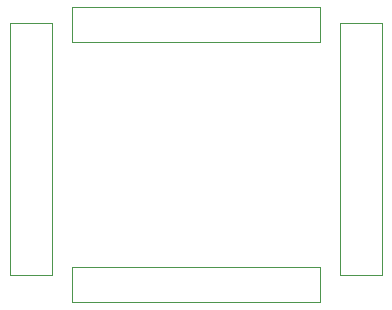
<source format=gbr>
G04 #@! TF.GenerationSoftware,KiCad,Pcbnew,(5.1.6)-1*
G04 #@! TF.CreationDate,2020-07-07T11:59:46-05:00*
G04 #@! TF.ProjectId,Xbee,58626565-2e6b-4696-9361-645f70636258,rev?*
G04 #@! TF.SameCoordinates,Original*
G04 #@! TF.FileFunction,Other,User*
%FSLAX46Y46*%
G04 Gerber Fmt 4.6, Leading zero omitted, Abs format (unit mm)*
G04 Created by KiCad (PCBNEW (5.1.6)-1) date 2020-07-07 11:59:46*
%MOMM*%
%LPD*%
G01*
G04 APERTURE LIST*
%ADD10C,0.050000*%
G04 APERTURE END LIST*
D10*
X106100000Y-126230000D02*
X106100000Y-104880000D01*
X109650000Y-126230000D02*
X106100000Y-126230000D01*
X109650000Y-104880000D02*
X109650000Y-126230000D01*
X106100000Y-104880000D02*
X109650000Y-104880000D01*
X132400000Y-128520000D02*
X111400000Y-128520000D01*
X132400000Y-125520000D02*
X132400000Y-128520000D01*
X111400000Y-125520000D02*
X132400000Y-125520000D01*
X111400000Y-128520000D02*
X111400000Y-125520000D01*
X111400000Y-106520000D02*
X111400000Y-103520000D01*
X111400000Y-103520000D02*
X132400000Y-103520000D01*
X132400000Y-103520000D02*
X132400000Y-106520000D01*
X132400000Y-106520000D02*
X111400000Y-106520000D01*
X134100000Y-104880000D02*
X137650000Y-104880000D01*
X137650000Y-104880000D02*
X137650000Y-126230000D01*
X137650000Y-126230000D02*
X134100000Y-126230000D01*
X134100000Y-126230000D02*
X134100000Y-104880000D01*
M02*

</source>
